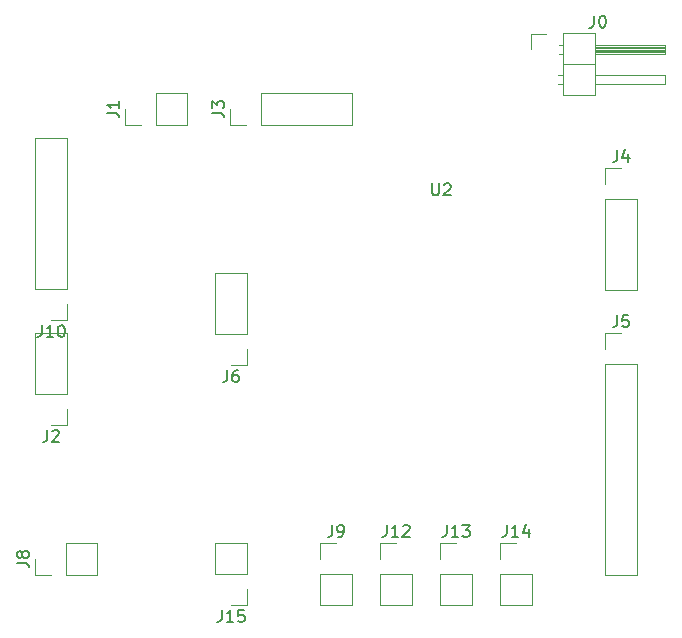
<source format=gbr>
G04 #@! TF.GenerationSoftware,KiCad,Pcbnew,5.1.4+dfsg1-1*
G04 #@! TF.CreationDate,2019-10-31T22:05:16+07:00*
G04 #@! TF.ProjectId,myFarm,6d794661-726d-42e6-9b69-6361645f7063,rev?*
G04 #@! TF.SameCoordinates,Original*
G04 #@! TF.FileFunction,Legend,Top*
G04 #@! TF.FilePolarity,Positive*
%FSLAX46Y46*%
G04 Gerber Fmt 4.6, Leading zero omitted, Abs format (unit mm)*
G04 Created by KiCad (PCBNEW 5.1.4+dfsg1-1) date 2019-10-31 22:05:16*
%MOMM*%
%LPD*%
G04 APERTURE LIST*
%ADD10C,0.120000*%
%ADD11C,0.150000*%
G04 APERTURE END LIST*
D10*
X102810000Y-92650000D02*
X104140000Y-92650000D01*
X102810000Y-93980000D02*
X102810000Y-92650000D01*
X102810000Y-95250000D02*
X105470000Y-95250000D01*
X105470000Y-95250000D02*
X105470000Y-97850000D01*
X102810000Y-95250000D02*
X102810000Y-97850000D01*
X102810000Y-97850000D02*
X105470000Y-97850000D01*
X116780000Y-74870000D02*
X118110000Y-74870000D01*
X116780000Y-76200000D02*
X116780000Y-74870000D01*
X116780000Y-77470000D02*
X119440000Y-77470000D01*
X119440000Y-77470000D02*
X119440000Y-95310000D01*
X116780000Y-77470000D02*
X116780000Y-95310000D01*
X116780000Y-95310000D02*
X119440000Y-95310000D01*
X86420000Y-97850000D02*
X85090000Y-97850000D01*
X86420000Y-96520000D02*
X86420000Y-97850000D01*
X86420000Y-95250000D02*
X83760000Y-95250000D01*
X83760000Y-95250000D02*
X83760000Y-92650000D01*
X86420000Y-95250000D02*
X86420000Y-92650000D01*
X86420000Y-92650000D02*
X83760000Y-92650000D01*
X107890000Y-92650000D02*
X109220000Y-92650000D01*
X107890000Y-93980000D02*
X107890000Y-92650000D01*
X107890000Y-95250000D02*
X110550000Y-95250000D01*
X110550000Y-95250000D02*
X110550000Y-97850000D01*
X107890000Y-95250000D02*
X107890000Y-97850000D01*
X107890000Y-97850000D02*
X110550000Y-97850000D01*
X97730000Y-92650000D02*
X99060000Y-92650000D01*
X97730000Y-93980000D02*
X97730000Y-92650000D01*
X97730000Y-95250000D02*
X100390000Y-95250000D01*
X100390000Y-95250000D02*
X100390000Y-97850000D01*
X97730000Y-95250000D02*
X97730000Y-97850000D01*
X97730000Y-97850000D02*
X100390000Y-97850000D01*
X92650000Y-92650000D02*
X93980000Y-92650000D01*
X92650000Y-93980000D02*
X92650000Y-92650000D01*
X92650000Y-95250000D02*
X95310000Y-95250000D01*
X95310000Y-95250000D02*
X95310000Y-97850000D01*
X92650000Y-95250000D02*
X92650000Y-97850000D01*
X92650000Y-97850000D02*
X95310000Y-97850000D01*
X71180000Y-73720000D02*
X69850000Y-73720000D01*
X71180000Y-72390000D02*
X71180000Y-73720000D01*
X71180000Y-71120000D02*
X68520000Y-71120000D01*
X68520000Y-71120000D02*
X68520000Y-58360000D01*
X71180000Y-71120000D02*
X71180000Y-58360000D01*
X71180000Y-58360000D02*
X68520000Y-58360000D01*
X68520000Y-95310000D02*
X68520000Y-93980000D01*
X69850000Y-95310000D02*
X68520000Y-95310000D01*
X71120000Y-95310000D02*
X71120000Y-92650000D01*
X71120000Y-92650000D02*
X73720000Y-92650000D01*
X71120000Y-95310000D02*
X73720000Y-95310000D01*
X73720000Y-95310000D02*
X73720000Y-92650000D01*
X86420000Y-77530000D02*
X85090000Y-77530000D01*
X86420000Y-76200000D02*
X86420000Y-77530000D01*
X86420000Y-74930000D02*
X83760000Y-74930000D01*
X83760000Y-74930000D02*
X83760000Y-69790000D01*
X86420000Y-74930000D02*
X86420000Y-69790000D01*
X86420000Y-69790000D02*
X83760000Y-69790000D01*
X116780000Y-71180000D02*
X119440000Y-71180000D01*
X116780000Y-63500000D02*
X116780000Y-71180000D01*
X119440000Y-63500000D02*
X119440000Y-71180000D01*
X116780000Y-63500000D02*
X119440000Y-63500000D01*
X116780000Y-62230000D02*
X116780000Y-60900000D01*
X116780000Y-60900000D02*
X118110000Y-60900000D01*
X85030000Y-57210000D02*
X85030000Y-55880000D01*
X86360000Y-57210000D02*
X85030000Y-57210000D01*
X87630000Y-57210000D02*
X87630000Y-54550000D01*
X87630000Y-54550000D02*
X95310000Y-54550000D01*
X87630000Y-57210000D02*
X95310000Y-57210000D01*
X95310000Y-57210000D02*
X95310000Y-54550000D01*
X71180000Y-82610000D02*
X69850000Y-82610000D01*
X71180000Y-81280000D02*
X71180000Y-82610000D01*
X71180000Y-80010000D02*
X68520000Y-80010000D01*
X68520000Y-80010000D02*
X68520000Y-74870000D01*
X71180000Y-80010000D02*
X71180000Y-74870000D01*
X71180000Y-74870000D02*
X68520000Y-74870000D01*
X81340000Y-57210000D02*
X81340000Y-54550000D01*
X78740000Y-57210000D02*
X81340000Y-57210000D01*
X78740000Y-54550000D02*
X81340000Y-54550000D01*
X78740000Y-57210000D02*
X78740000Y-54550000D01*
X77470000Y-57210000D02*
X76140000Y-57210000D01*
X76140000Y-57210000D02*
X76140000Y-55880000D01*
X113200000Y-49470000D02*
X113200000Y-54670000D01*
X113200000Y-54670000D02*
X115860000Y-54670000D01*
X115860000Y-54670000D02*
X115860000Y-49470000D01*
X115860000Y-49470000D02*
X113200000Y-49470000D01*
X115860000Y-50420000D02*
X121860000Y-50420000D01*
X121860000Y-50420000D02*
X121860000Y-51180000D01*
X121860000Y-51180000D02*
X115860000Y-51180000D01*
X115860000Y-50480000D02*
X121860000Y-50480000D01*
X115860000Y-50600000D02*
X121860000Y-50600000D01*
X115860000Y-50720000D02*
X121860000Y-50720000D01*
X115860000Y-50840000D02*
X121860000Y-50840000D01*
X115860000Y-50960000D02*
X121860000Y-50960000D01*
X115860000Y-51080000D02*
X121860000Y-51080000D01*
X112870000Y-50420000D02*
X113200000Y-50420000D01*
X112870000Y-51180000D02*
X113200000Y-51180000D01*
X113200000Y-52070000D02*
X115860000Y-52070000D01*
X115860000Y-52960000D02*
X121860000Y-52960000D01*
X121860000Y-52960000D02*
X121860000Y-53720000D01*
X121860000Y-53720000D02*
X115860000Y-53720000D01*
X112802929Y-52960000D02*
X113200000Y-52960000D01*
X112802929Y-53720000D02*
X113200000Y-53720000D01*
X110490000Y-50800000D02*
X110490000Y-49530000D01*
X110490000Y-49530000D02*
X111760000Y-49530000D01*
D11*
X103330476Y-91102380D02*
X103330476Y-91816666D01*
X103282857Y-91959523D01*
X103187619Y-92054761D01*
X103044761Y-92102380D01*
X102949523Y-92102380D01*
X104330476Y-92102380D02*
X103759047Y-92102380D01*
X104044761Y-92102380D02*
X104044761Y-91102380D01*
X103949523Y-91245238D01*
X103854285Y-91340476D01*
X103759047Y-91388095D01*
X104663809Y-91102380D02*
X105282857Y-91102380D01*
X104949523Y-91483333D01*
X105092380Y-91483333D01*
X105187619Y-91530952D01*
X105235238Y-91578571D01*
X105282857Y-91673809D01*
X105282857Y-91911904D01*
X105235238Y-92007142D01*
X105187619Y-92054761D01*
X105092380Y-92102380D01*
X104806666Y-92102380D01*
X104711428Y-92054761D01*
X104663809Y-92007142D01*
X117776666Y-73322380D02*
X117776666Y-74036666D01*
X117729047Y-74179523D01*
X117633809Y-74274761D01*
X117490952Y-74322380D01*
X117395714Y-74322380D01*
X118729047Y-73322380D02*
X118252857Y-73322380D01*
X118205238Y-73798571D01*
X118252857Y-73750952D01*
X118348095Y-73703333D01*
X118586190Y-73703333D01*
X118681428Y-73750952D01*
X118729047Y-73798571D01*
X118776666Y-73893809D01*
X118776666Y-74131904D01*
X118729047Y-74227142D01*
X118681428Y-74274761D01*
X118586190Y-74322380D01*
X118348095Y-74322380D01*
X118252857Y-74274761D01*
X118205238Y-74227142D01*
X84280476Y-98302380D02*
X84280476Y-99016666D01*
X84232857Y-99159523D01*
X84137619Y-99254761D01*
X83994761Y-99302380D01*
X83899523Y-99302380D01*
X85280476Y-99302380D02*
X84709047Y-99302380D01*
X84994761Y-99302380D02*
X84994761Y-98302380D01*
X84899523Y-98445238D01*
X84804285Y-98540476D01*
X84709047Y-98588095D01*
X86185238Y-98302380D02*
X85709047Y-98302380D01*
X85661428Y-98778571D01*
X85709047Y-98730952D01*
X85804285Y-98683333D01*
X86042380Y-98683333D01*
X86137619Y-98730952D01*
X86185238Y-98778571D01*
X86232857Y-98873809D01*
X86232857Y-99111904D01*
X86185238Y-99207142D01*
X86137619Y-99254761D01*
X86042380Y-99302380D01*
X85804285Y-99302380D01*
X85709047Y-99254761D01*
X85661428Y-99207142D01*
X108410476Y-91102380D02*
X108410476Y-91816666D01*
X108362857Y-91959523D01*
X108267619Y-92054761D01*
X108124761Y-92102380D01*
X108029523Y-92102380D01*
X109410476Y-92102380D02*
X108839047Y-92102380D01*
X109124761Y-92102380D02*
X109124761Y-91102380D01*
X109029523Y-91245238D01*
X108934285Y-91340476D01*
X108839047Y-91388095D01*
X110267619Y-91435714D02*
X110267619Y-92102380D01*
X110029523Y-91054761D02*
X109791428Y-91769047D01*
X110410476Y-91769047D01*
X98250476Y-91102380D02*
X98250476Y-91816666D01*
X98202857Y-91959523D01*
X98107619Y-92054761D01*
X97964761Y-92102380D01*
X97869523Y-92102380D01*
X99250476Y-92102380D02*
X98679047Y-92102380D01*
X98964761Y-92102380D02*
X98964761Y-91102380D01*
X98869523Y-91245238D01*
X98774285Y-91340476D01*
X98679047Y-91388095D01*
X99631428Y-91197619D02*
X99679047Y-91150000D01*
X99774285Y-91102380D01*
X100012380Y-91102380D01*
X100107619Y-91150000D01*
X100155238Y-91197619D01*
X100202857Y-91292857D01*
X100202857Y-91388095D01*
X100155238Y-91530952D01*
X99583809Y-92102380D01*
X100202857Y-92102380D01*
X93646666Y-91102380D02*
X93646666Y-91816666D01*
X93599047Y-91959523D01*
X93503809Y-92054761D01*
X93360952Y-92102380D01*
X93265714Y-92102380D01*
X94170476Y-92102380D02*
X94360952Y-92102380D01*
X94456190Y-92054761D01*
X94503809Y-92007142D01*
X94599047Y-91864285D01*
X94646666Y-91673809D01*
X94646666Y-91292857D01*
X94599047Y-91197619D01*
X94551428Y-91150000D01*
X94456190Y-91102380D01*
X94265714Y-91102380D01*
X94170476Y-91150000D01*
X94122857Y-91197619D01*
X94075238Y-91292857D01*
X94075238Y-91530952D01*
X94122857Y-91626190D01*
X94170476Y-91673809D01*
X94265714Y-91721428D01*
X94456190Y-91721428D01*
X94551428Y-91673809D01*
X94599047Y-91626190D01*
X94646666Y-91530952D01*
X69040476Y-74172380D02*
X69040476Y-74886666D01*
X68992857Y-75029523D01*
X68897619Y-75124761D01*
X68754761Y-75172380D01*
X68659523Y-75172380D01*
X70040476Y-75172380D02*
X69469047Y-75172380D01*
X69754761Y-75172380D02*
X69754761Y-74172380D01*
X69659523Y-74315238D01*
X69564285Y-74410476D01*
X69469047Y-74458095D01*
X70659523Y-74172380D02*
X70754761Y-74172380D01*
X70850000Y-74220000D01*
X70897619Y-74267619D01*
X70945238Y-74362857D01*
X70992857Y-74553333D01*
X70992857Y-74791428D01*
X70945238Y-74981904D01*
X70897619Y-75077142D01*
X70850000Y-75124761D01*
X70754761Y-75172380D01*
X70659523Y-75172380D01*
X70564285Y-75124761D01*
X70516666Y-75077142D01*
X70469047Y-74981904D01*
X70421428Y-74791428D01*
X70421428Y-74553333D01*
X70469047Y-74362857D01*
X70516666Y-74267619D01*
X70564285Y-74220000D01*
X70659523Y-74172380D01*
X66972380Y-94313333D02*
X67686666Y-94313333D01*
X67829523Y-94360952D01*
X67924761Y-94456190D01*
X67972380Y-94599047D01*
X67972380Y-94694285D01*
X67400952Y-93694285D02*
X67353333Y-93789523D01*
X67305714Y-93837142D01*
X67210476Y-93884761D01*
X67162857Y-93884761D01*
X67067619Y-93837142D01*
X67020000Y-93789523D01*
X66972380Y-93694285D01*
X66972380Y-93503809D01*
X67020000Y-93408571D01*
X67067619Y-93360952D01*
X67162857Y-93313333D01*
X67210476Y-93313333D01*
X67305714Y-93360952D01*
X67353333Y-93408571D01*
X67400952Y-93503809D01*
X67400952Y-93694285D01*
X67448571Y-93789523D01*
X67496190Y-93837142D01*
X67591428Y-93884761D01*
X67781904Y-93884761D01*
X67877142Y-93837142D01*
X67924761Y-93789523D01*
X67972380Y-93694285D01*
X67972380Y-93503809D01*
X67924761Y-93408571D01*
X67877142Y-93360952D01*
X67781904Y-93313333D01*
X67591428Y-93313333D01*
X67496190Y-93360952D01*
X67448571Y-93408571D01*
X67400952Y-93503809D01*
X84756666Y-77982380D02*
X84756666Y-78696666D01*
X84709047Y-78839523D01*
X84613809Y-78934761D01*
X84470952Y-78982380D01*
X84375714Y-78982380D01*
X85661428Y-77982380D02*
X85470952Y-77982380D01*
X85375714Y-78030000D01*
X85328095Y-78077619D01*
X85232857Y-78220476D01*
X85185238Y-78410952D01*
X85185238Y-78791904D01*
X85232857Y-78887142D01*
X85280476Y-78934761D01*
X85375714Y-78982380D01*
X85566190Y-78982380D01*
X85661428Y-78934761D01*
X85709047Y-78887142D01*
X85756666Y-78791904D01*
X85756666Y-78553809D01*
X85709047Y-78458571D01*
X85661428Y-78410952D01*
X85566190Y-78363333D01*
X85375714Y-78363333D01*
X85280476Y-78410952D01*
X85232857Y-78458571D01*
X85185238Y-78553809D01*
X117776666Y-59352380D02*
X117776666Y-60066666D01*
X117729047Y-60209523D01*
X117633809Y-60304761D01*
X117490952Y-60352380D01*
X117395714Y-60352380D01*
X118681428Y-59685714D02*
X118681428Y-60352380D01*
X118443333Y-59304761D02*
X118205238Y-60019047D01*
X118824285Y-60019047D01*
X83482380Y-56213333D02*
X84196666Y-56213333D01*
X84339523Y-56260952D01*
X84434761Y-56356190D01*
X84482380Y-56499047D01*
X84482380Y-56594285D01*
X83482380Y-55832380D02*
X83482380Y-55213333D01*
X83863333Y-55546666D01*
X83863333Y-55403809D01*
X83910952Y-55308571D01*
X83958571Y-55260952D01*
X84053809Y-55213333D01*
X84291904Y-55213333D01*
X84387142Y-55260952D01*
X84434761Y-55308571D01*
X84482380Y-55403809D01*
X84482380Y-55689523D01*
X84434761Y-55784761D01*
X84387142Y-55832380D01*
X69516666Y-83062380D02*
X69516666Y-83776666D01*
X69469047Y-83919523D01*
X69373809Y-84014761D01*
X69230952Y-84062380D01*
X69135714Y-84062380D01*
X69945238Y-83157619D02*
X69992857Y-83110000D01*
X70088095Y-83062380D01*
X70326190Y-83062380D01*
X70421428Y-83110000D01*
X70469047Y-83157619D01*
X70516666Y-83252857D01*
X70516666Y-83348095D01*
X70469047Y-83490952D01*
X69897619Y-84062380D01*
X70516666Y-84062380D01*
X74592380Y-56213333D02*
X75306666Y-56213333D01*
X75449523Y-56260952D01*
X75544761Y-56356190D01*
X75592380Y-56499047D01*
X75592380Y-56594285D01*
X75592380Y-55213333D02*
X75592380Y-55784761D01*
X75592380Y-55499047D02*
X74592380Y-55499047D01*
X74735238Y-55594285D01*
X74830476Y-55689523D01*
X74878095Y-55784761D01*
X115811666Y-47982380D02*
X115811666Y-48696666D01*
X115764047Y-48839523D01*
X115668809Y-48934761D01*
X115525952Y-48982380D01*
X115430714Y-48982380D01*
X116478333Y-47982380D02*
X116573571Y-47982380D01*
X116668809Y-48030000D01*
X116716428Y-48077619D01*
X116764047Y-48172857D01*
X116811666Y-48363333D01*
X116811666Y-48601428D01*
X116764047Y-48791904D01*
X116716428Y-48887142D01*
X116668809Y-48934761D01*
X116573571Y-48982380D01*
X116478333Y-48982380D01*
X116383095Y-48934761D01*
X116335476Y-48887142D01*
X116287857Y-48791904D01*
X116240238Y-48601428D01*
X116240238Y-48363333D01*
X116287857Y-48172857D01*
X116335476Y-48077619D01*
X116383095Y-48030000D01*
X116478333Y-47982380D01*
X102108095Y-62182380D02*
X102108095Y-62991904D01*
X102155714Y-63087142D01*
X102203333Y-63134761D01*
X102298571Y-63182380D01*
X102489047Y-63182380D01*
X102584285Y-63134761D01*
X102631904Y-63087142D01*
X102679523Y-62991904D01*
X102679523Y-62182380D01*
X103108095Y-62277619D02*
X103155714Y-62230000D01*
X103250952Y-62182380D01*
X103489047Y-62182380D01*
X103584285Y-62230000D01*
X103631904Y-62277619D01*
X103679523Y-62372857D01*
X103679523Y-62468095D01*
X103631904Y-62610952D01*
X103060476Y-63182380D01*
X103679523Y-63182380D01*
M02*

</source>
